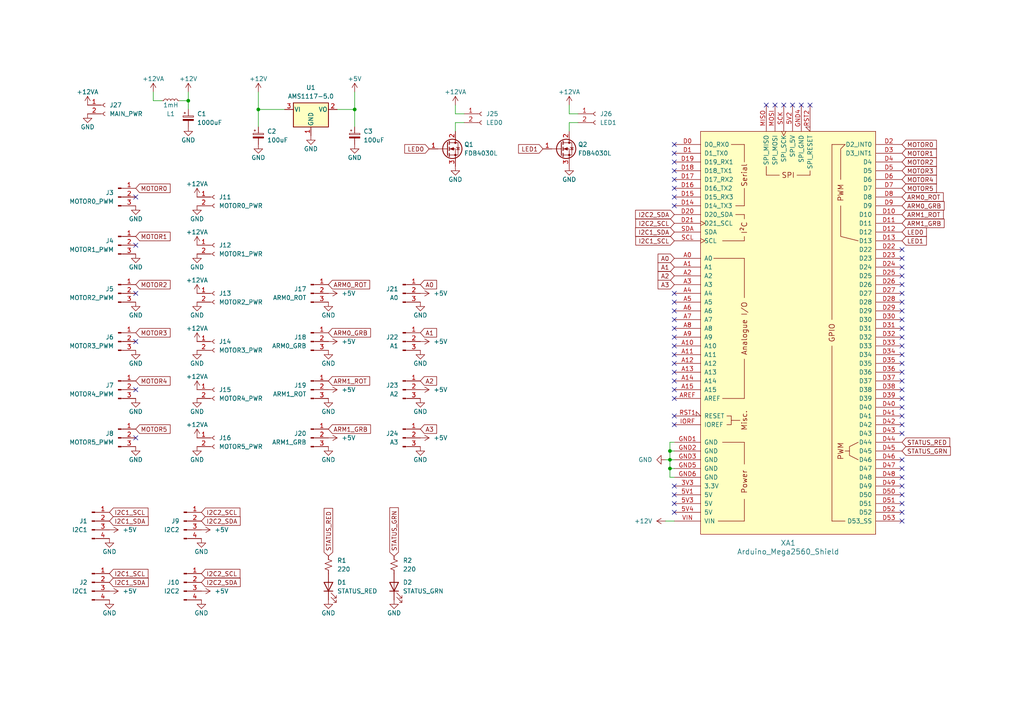
<source format=kicad_sch>
(kicad_sch (version 20211123) (generator eeschema)
  (paper "A4")
  (lib_symbols
    (symbol "Connector:Conn_01x02_Female" (pin_names (offset 1.016) hide)
      (property "Reference" "J" (at 0 2.54 0))
      (property "Value" "Conn_01x02_Female" (at 0 -5.08 0))
      (symbol "Conn_01x02_Female_1_1"
        (arc (start 0 -2.032) (mid -0.508 -2.54) (end 0 -3.048) (stroke (width 0.1524)))
        (polyline (pts (xy -1.27 -2.54) (xy -0.508 -2.54)) (stroke (width 0.1524)))
        (polyline (pts (xy -1.27 0) (xy -0.508 0)) (stroke (width 0.1524)))
        (arc (start 0 0.508) (mid -0.508 0) (end 0 -0.508) (stroke (width 0.1524)))
        (pin passive line (at -5.08 0 0) (length 3.81) (name "Pin_1") (number "1"))
        (pin passive line (at -5.08 -2.54 0) (length 3.81) (name "Pin_2") (number "2"))
      )
    )
    (symbol "Connector:Conn_01x03_Male" (pin_names (offset 1.016) hide)
      (property "Reference" "J" (at 0 5.08 0))
      (property "Value" "Conn_01x03_Male" (at 0 -5.08 0))
      (symbol "Conn_01x03_Male_1_1"
        (polyline (pts (xy 1.27 -2.54) (xy 0.8636 -2.54)) (stroke (width 0.1524)))
        (polyline (pts (xy 1.27 0) (xy 0.8636 0)) (stroke (width 0.1524)))
        (polyline (pts (xy 1.27 2.54) (xy 0.8636 2.54)) (stroke (width 0.1524)))
        (rectangle (start 0.8636 -2.413) (end 0 -2.667) (stroke (width 0.1524)) (fill (type outline)))
        (rectangle (start 0.8636 0.127) (end 0 -0.127) (stroke (width 0.1524)) (fill (type outline)))
        (rectangle (start 0.8636 2.667) (end 0 2.413) (stroke (width 0.1524)) (fill (type outline)))
        (pin passive line (at 5.08 2.54 180) (length 3.81) (name "Pin_1") (number "1"))
        (pin passive line (at 5.08 0 180) (length 3.81) (name "Pin_2") (number "2"))
        (pin passive line (at 5.08 -2.54 180) (length 3.81) (name "Pin_3") (number "3"))
      )
    )
    (symbol "Connector:Conn_01x04_Male" (pin_names (offset 1.016) hide)
      (property "Reference" "J" (at 0 5.08 0))
      (property "Value" "Conn_01x04_Male" (at 0 -7.62 0))
      (symbol "Conn_01x04_Male_1_1"
        (polyline (pts (xy 1.27 -5.08) (xy 0.8636 -5.08)) (stroke (width 0.1524)))
        (polyline (pts (xy 1.27 -2.54) (xy 0.8636 -2.54)) (stroke (width 0.1524)))
        (polyline (pts (xy 1.27 0) (xy 0.8636 0)) (stroke (width 0.1524)))
        (polyline (pts (xy 1.27 2.54) (xy 0.8636 2.54)) (stroke (width 0.1524)))
        (rectangle (start 0.8636 -4.953) (end 0 -5.207) (stroke (width 0.1524)) (fill (type outline)))
        (rectangle (start 0.8636 -2.413) (end 0 -2.667) (stroke (width 0.1524)) (fill (type outline)))
        (rectangle (start 0.8636 0.127) (end 0 -0.127) (stroke (width 0.1524)) (fill (type outline)))
        (rectangle (start 0.8636 2.667) (end 0 2.413) (stroke (width 0.1524)) (fill (type outline)))
        (pin passive line (at 5.08 2.54 180) (length 3.81) (name "Pin_1") (number "1"))
        (pin passive line (at 5.08 0 180) (length 3.81) (name "Pin_2") (number "2"))
        (pin passive line (at 5.08 -2.54 180) (length 3.81) (name "Pin_3") (number "3"))
        (pin passive line (at 5.08 -5.08 180) (length 3.81) (name "Pin_4") (number "4"))
      )
    )
    (symbol "Device:C_Polarized_Small" (pin_numbers hide) (pin_names (offset 0.254) hide)
      (property "Reference" "C" (at 0.254 1.778 0))
      (property "Value" "C_Polarized_Small" (at 0.254 -2.032 0))
      (symbol "C_Polarized_Small_0_1"
        (rectangle (start -1.524 -0.3048) (end 1.524 -0.6858) (fill (type outline)))
        (rectangle (start -1.524 0.6858) (end 1.524 0.3048))
        (polyline (pts (xy -1.27 1.524) (xy -0.762 1.524)))
        (polyline (pts (xy -1.016 1.27) (xy -1.016 1.778)))
      )
      (symbol "C_Polarized_Small_1_1"
        (pin passive line (at 0 2.54 270) (length 1.8542) (name "~") (number "1"))
        (pin passive line (at 0 -2.54 90) (length 1.8542) (name "~") (number "2"))
      )
    )
    (symbol "Device:LED" (pin_numbers hide) (pin_names (offset 1.016) hide)
      (property "Reference" "D" (at 0 2.54 0))
      (property "Value" "LED" (at 0 -2.54 0))
      (symbol "LED_0_1"
        (polyline (pts (xy -1.27 -1.27) (xy -1.27 1.27)) (stroke (width 0.254)))
        (polyline (pts (xy -1.27 0) (xy 1.27 0)))
        (polyline (pts (xy 1.27 -1.27) (xy 1.27 1.27) (xy -1.27 0) (xy 1.27 -1.27)) (stroke (width 0.254)))
        (polyline (pts (xy -3.048 -0.762) (xy -4.572 -2.286) (xy -3.81 -2.286) (xy -4.572 -2.286) (xy -4.572 -1.524)))
        (polyline (pts (xy -1.778 -0.762) (xy -3.302 -2.286) (xy -2.54 -2.286) (xy -3.302 -2.286) (xy -3.302 -1.524)))
      )
      (symbol "LED_1_1"
        (pin passive line (at -3.81 0 0) (length 2.54) (name "K") (number "1"))
        (pin passive line (at 3.81 0 180) (length 2.54) (name "A") (number "2"))
      )
    )
    (symbol "Device:L_Small" (pin_numbers hide) (pin_names (offset 0.254) hide)
      (property "Reference" "L" (at 0.762 1.016 0))
      (property "Value" "L_Small" (at 0.762 -1.016 0))
      (symbol "L_Small_0_1"
        (arc (start 0 -2.032) (mid 0.508 -1.524) (end 0 -1.016))
        (arc (start 0 -1.016) (mid 0.508 -0.508) (end 0 0))
        (arc (start 0 0) (mid 0.508 0.508) (end 0 1.016))
        (arc (start 0 1.016) (mid 0.508 1.524) (end 0 2.032))
      )
      (symbol "L_Small_1_1"
        (pin passive line (at 0 2.54 270) (length 0.508) (name "~") (number "1"))
        (pin passive line (at 0 -2.54 90) (length 0.508) (name "~") (number "2"))
      )
    )
    (symbol "Device:Q_NMOS_GDS" (pin_names (offset 0) hide)
      (property "Reference" "Q" (at 5.08 1.27 0))
      (property "Value" "Q_NMOS_GDS" (at 5.08 -1.27 0))
      (symbol "Q_NMOS_GDS_0_1"
        (polyline (pts (xy 0.254 0) (xy -2.54 0)))
        (polyline (pts (xy 0.254 1.905) (xy 0.254 -1.905)) (stroke (width 0.254)))
        (polyline (pts (xy 0.762 -1.27) (xy 0.762 -2.286)) (stroke (width 0.254)))
        (polyline (pts (xy 0.762 0.508) (xy 0.762 -0.508)) (stroke (width 0.254)))
        (polyline (pts (xy 0.762 2.286) (xy 0.762 1.27)) (stroke (width 0.254)))
        (polyline (pts (xy 2.54 2.54) (xy 2.54 1.778)))
        (polyline (pts (xy 2.54 -2.54) (xy 2.54 0) (xy 0.762 0)))
        (polyline (pts (xy 0.762 -1.778) (xy 3.302 -1.778) (xy 3.302 1.778) (xy 0.762 1.778)))
        (polyline (pts (xy 1.016 0) (xy 2.032 0.381) (xy 2.032 -0.381) (xy 1.016 0)) (fill (type outline)))
        (polyline (pts (xy 2.794 0.508) (xy 2.921 0.381) (xy 3.683 0.381) (xy 3.81 0.254)))
        (polyline (pts (xy 3.302 0.381) (xy 2.921 -0.254) (xy 3.683 -0.254) (xy 3.302 0.381)))
        (circle (center 1.651 0) (radius 2.794) (stroke (width 0.254)))
        (circle (center 2.54 -1.778) (radius 0.254) (fill (type outline)))
        (circle (center 2.54 1.778) (radius 0.254) (fill (type outline)))
      )
      (symbol "Q_NMOS_GDS_1_1"
        (pin input line (at -5.08 0 0) (length 2.54) (name "G") (number "1"))
        (pin passive line (at 2.54 5.08 270) (length 2.54) (name "D") (number "2"))
        (pin passive line (at 2.54 -5.08 90) (length 2.54) (name "S") (number "3"))
      )
    )
    (symbol "Device:R_Small_US" (pin_numbers hide) (pin_names (offset 0.254) hide)
      (property "Reference" "R" (at 0.762 0.508 0))
      (property "Value" "R_Small_US" (at 0.762 -1.016 0))
      (symbol "R_Small_US_1_1"
        (polyline (pts (xy 0 0) (xy 1.016 -0.381) (xy 0 -0.762) (xy -1.016 -1.143) (xy 0 -1.524)))
        (polyline (pts (xy 0 1.524) (xy 1.016 1.143) (xy 0 0.762) (xy -1.016 0.381) (xy 0 0)))
        (pin passive line (at 0 2.54 270) (length 1.016) (name "~") (number "1"))
        (pin passive line (at 0 -2.54 90) (length 1.016) (name "~") (number "2"))
      )
    )
    (symbol "Regulator_Linear:AMS1117-5.0" (pin_names (offset 0.254))
      (property "Reference" "U" (at -3.81 3.175 0))
      (property "Value" "AMS1117-5.0" (at 0 3.175 0))
      (symbol "AMS1117-5.0_0_1"
        (rectangle (start -5.08 -5.08) (end 5.08 1.905) (stroke (width 0.254)) (fill (type background)))
      )
      (symbol "AMS1117-5.0_1_1"
        (pin power_in line (at 0 -7.62 90) (length 2.54) (name "GND") (number "1"))
        (pin power_out line (at 7.62 0 180) (length 2.54) (name "VO") (number "2"))
        (pin power_in line (at -7.62 0 0) (length 2.54) (name "VI") (number "3"))
      )
    )
    (symbol "arduino:Arduino_Mega2560_Shield" (pin_names (offset 1.016))
      (property "Reference" "XA" (at 2.54 0 90))
      (property "Value" "Arduino_Mega2560_Shield" (at -2.54 0 90))
      (symbol "Arduino_Mega2560_Shield_0_0"
        (rectangle (start -25.4 -58.42) (end 25.4 58.42) (fill (type background)))
        (rectangle (start -20.32 -54.61) (end -12.7 -54.61))
        (rectangle (start -19.05 -31.75) (end -12.7 -31.75))
        (rectangle (start -19.05 -19.05) (end -12.7 -19.05))
        (rectangle (start -19.05 26.67) (end -12.7 26.67))
        (rectangle (start -17.78 -26.67) (end -16.51 -26.67))
        (rectangle (start -17.78 -24.13) (end -16.51 -24.13))
        (rectangle (start -16.51 -25.4) (end -13.97 -25.4))
        (rectangle (start -16.51 -24.13) (end -16.51 -26.67))
        (rectangle (start -16.51 54.61) (end -12.7 54.61))
        (rectangle (start -15.24 34.29) (end -12.7 34.29))
        (rectangle (start -15.24 36.83) (end -12.7 36.83))
        (rectangle (start -12.7 -54.61) (end -12.7 -48.26))
        (rectangle (start -12.7 -31.75) (end -12.7 -38.1))
        (rectangle (start -12.7 26.67) (end -12.7 27.94))
        (rectangle (start -12.7 34.29) (end -12.7 33.02))
        (rectangle (start -12.7 41.91) (end -12.7 36.83))
        (rectangle (start -12.7 49.53) (end -12.7 54.61))
        (rectangle (start -6.35 48.26) (end -6.35 45.72))
        (rectangle (start -2.54 45.72) (end -6.35 45.72))
        (polyline (pts (xy -21.59 21.59) (xy -12.7 21.59)))
        (polyline (pts (xy -12.7 -19.05) (xy -12.7 -7.62)))
        (polyline (pts (xy -12.7 10.16) (xy -12.7 21.59)))
        (polyline (pts (xy 12.7 -54.61) (xy 16.51 -54.61)))
        (polyline (pts (xy 12.7 54.61) (xy 16.51 54.61)))
        (polyline (pts (xy 17.78 -34.29) (xy 16.51 -34.29)))
        (polyline (pts (xy 15.24 36.83) (xy 15.24 27.94) (xy 20.32 26.67)))
        (polyline (pts (xy 15.24 44.45) (xy 15.24 53.34) (xy 16.51 54.61)))
        (polyline (pts (xy 20.32 -31.75) (xy 17.78 -33.02) (xy 17.78 -35.56) (xy 20.32 -36.83)))
        (rectangle (start 6.35 45.72) (end 2.54 45.72))
        (rectangle (start 6.35 46.99) (end 6.35 45.72))
        (text "Analogue I/O" (at -12.7 1.27 900) (effects (font (size 1.524 1.524))))
        (text "I²C" (at -12.7 30.48 900) (effects (font (size 1.524 1.524))))
        (text "Misc." (at -12.7 -25.4 900) (effects (font (size 1.524 1.524))))
        (text "Power" (at -12.7 -43.18 900) (effects (font (size 1.524 1.524))))
        (text "PWM" (at 15.24 -34.29 900) (effects (font (size 1.524 1.524))))
        (text "PWM" (at 15.24 40.64 900) (effects (font (size 1.524 1.524))))
        (text "Serial" (at -12.7 45.72 900) (effects (font (size 1.524 1.524))))
        (text "SPI" (at 0 45.72 0) (effects (font (size 1.524 1.524))))
      )
      (symbol "Arduino_Mega2560_Shield_1_0"
        (rectangle (start 12.7 -54.61) (end 12.7 -3.81))
        (rectangle (start 12.7 54.61) (end 12.7 3.81))
        (text "GPIO" (at 12.7 0 900) (effects (font (size 1.524 1.524))))
      )
      (symbol "Arduino_Mega2560_Shield_1_1"
        (pin power_in line (at -33.02 -44.45 0) (length 7.62) (name "3.3V") (number "3V3"))
        (pin power_in line (at -33.02 -46.99 0) (length 7.62) (name "5V") (number "5V1"))
        (pin power_in line (at 1.27 66.04 270) (length 7.62) (name "SPI_5V") (number "5V2"))
        (pin power_in line (at -33.02 -49.53 0) (length 7.62) (name "5V") (number "5V3"))
        (pin power_in line (at -33.02 -52.07 0) (length 7.62) (name "5V") (number "5V4"))
        (pin bidirectional line (at -33.02 21.59 0) (length 7.62) (name "A0") (number "A0"))
        (pin bidirectional line (at -33.02 19.05 0) (length 7.62) (name "A1") (number "A1"))
        (pin bidirectional line (at -33.02 -3.81 0) (length 7.62) (name "A10") (number "A10"))
        (pin bidirectional line (at -33.02 -6.35 0) (length 7.62) (name "A11") (number "A11"))
        (pin bidirectional line (at -33.02 -8.89 0) (length 7.62) (name "A12") (number "A12"))
        (pin bidirectional line (at -33.02 -11.43 0) (length 7.62) (name "A13") (number "A13"))
        (pin bidirectional line (at -33.02 -13.97 0) (length 7.62) (name "A14") (number "A14"))
        (pin bidirectional line (at -33.02 -16.51 0) (length 7.62) (name "A15") (number "A15"))
        (pin bidirectional line (at -33.02 16.51 0) (length 7.62) (name "A2") (number "A2"))
        (pin bidirectional line (at -33.02 13.97 0) (length 7.62) (name "A3") (number "A3"))
        (pin bidirectional line (at -33.02 11.43 0) (length 7.62) (name "A4") (number "A4"))
        (pin bidirectional line (at -33.02 8.89 0) (length 7.62) (name "A5") (number "A5"))
        (pin bidirectional line (at -33.02 6.35 0) (length 7.62) (name "A6") (number "A6"))
        (pin bidirectional line (at -33.02 3.81 0) (length 7.62) (name "A7") (number "A7"))
        (pin bidirectional line (at -33.02 1.27 0) (length 7.62) (name "A8") (number "A8"))
        (pin bidirectional line (at -33.02 -1.27 0) (length 7.62) (name "A9") (number "A9"))
        (pin input line (at -33.02 -19.05 0) (length 7.62) (name "AREF") (number "AREF"))
        (pin bidirectional line (at -33.02 54.61 0) (length 7.62) (name "D0_RX0") (number "D0"))
        (pin bidirectional line (at -33.02 52.07 0) (length 7.62) (name "D1_TX0") (number "D1"))
        (pin bidirectional line (at 33.02 34.29 180) (length 7.62) (name "D10") (number "D10"))
        (pin bidirectional line (at 33.02 31.75 180) (length 7.62) (name "D11") (number "D11"))
        (pin bidirectional line (at 33.02 29.21 180) (length 7.62) (name "D12") (number "D12"))
        (pin bidirectional line (at 33.02 26.67 180) (length 7.62) (name "D13") (number "D13"))
        (pin bidirectional line (at -33.02 36.83 0) (length 7.62) (name "D14_TX3") (number "D14"))
        (pin bidirectional line (at -33.02 39.37 0) (length 7.62) (name "D15_RX3") (number "D15"))
        (pin bidirectional line (at -33.02 41.91 0) (length 7.62) (name "D16_TX2") (number "D16"))
        (pin bidirectional line (at -33.02 44.45 0) (length 7.62) (name "D17_RX2") (number "D17"))
        (pin bidirectional line (at -33.02 46.99 0) (length 7.62) (name "D18_TX1") (number "D18"))
        (pin bidirectional line (at -33.02 49.53 0) (length 7.62) (name "D19_RX1") (number "D19"))
        (pin bidirectional line (at 33.02 54.61 180) (length 7.62) (name "D2_INT0") (number "D2"))
        (pin bidirectional line (at -33.02 34.29 0) (length 7.62) (name "D20_SDA") (number "D20"))
        (pin bidirectional clock (at -33.02 31.75 0) (length 7.62) (name "D21_SCL") (number "D21"))
        (pin bidirectional line (at 33.02 24.13 180) (length 7.62) (name "D22") (number "D22"))
        (pin bidirectional line (at 33.02 21.59 180) (length 7.62) (name "D23") (number "D23"))
        (pin bidirectional line (at 33.02 19.05 180) (length 7.62) (name "D24") (number "D24"))
        (pin bidirectional line (at 33.02 16.51 180) (length 7.62) (name "D25") (number "D25"))
        (pin bidirectional line (at 33.02 13.97 180) (length 7.62) (name "D26") (number "D26"))
        (pin bidirectional line (at 33.02 11.43 180) (length 7.62) (name "D27") (number "D27"))
        (pin bidirectional line (at 33.02 8.89 180) (length 7.62) (name "D28") (number "D28"))
        (pin bidirectional line (at 33.02 6.35 180) (length 7.62) (name "D29") (number "D29"))
        (pin bidirectional line (at 33.02 52.07 180) (length 7.62) (name "D3_INT1") (number "D3"))
        (pin bidirectional line (at 33.02 3.81 180) (length 7.62) (name "D30") (number "D30"))
        (pin bidirectional line (at 33.02 1.27 180) (length 7.62) (name "D31") (number "D31"))
        (pin bidirectional line (at 33.02 -1.27 180) (length 7.62) (name "D32") (number "D32"))
        (pin bidirectional line (at 33.02 -3.81 180) (length 7.62) (name "D33") (number "D33"))
        (pin bidirectional line (at 33.02 -6.35 180) (length 7.62) (name "D34") (number "D34"))
        (pin bidirectional line (at 33.02 -8.89 180) (length 7.62) (name "D35") (number "D35"))
        (pin bidirectional line (at 33.02 -11.43 180) (length 7.62) (name "D36") (number "D36"))
        (pin bidirectional line (at 33.02 -13.97 180) (length 7.62) (name "D37") (number "D37"))
        (pin bidirectional line (at 33.02 -16.51 180) (length 7.62) (name "D38") (number "D38"))
        (pin bidirectional line (at 33.02 -19.05 180) (length 7.62) (name "D39") (number "D39"))
        (pin bidirectional line (at 33.02 49.53 180) (length 7.62) (name "D4") (number "D4"))
        (pin bidirectional line (at 33.02 -21.59 180) (length 7.62) (name "D40") (number "D40"))
        (pin bidirectional line (at 33.02 -24.13 180) (length 7.62) (name "D41") (number "D41"))
        (pin bidirectional line (at 33.02 -26.67 180) (length 7.62) (name "D42") (number "D42"))
        (pin bidirectional line (at 33.02 -29.21 180) (length 7.62) (name "D43") (number "D43"))
        (pin bidirectional line (at 33.02 -31.75 180) (length 7.62) (name "D44") (number "D44"))
        (pin bidirectional line (at 33.02 -34.29 180) (length 7.62) (name "D45") (number "D45"))
        (pin bidirectional line (at 33.02 -36.83 180) (length 7.62) (name "D46") (number "D46"))
        (pin bidirectional line (at 33.02 -39.37 180) (length 7.62) (name "D47") (number "D47"))
        (pin bidirectional line (at 33.02 -41.91 180) (length 7.62) (name "D48") (number "D48"))
        (pin bidirectional line (at 33.02 -44.45 180) (length 7.62) (name "D49") (number "D49"))
        (pin bidirectional line (at 33.02 46.99 180) (length 7.62) (name "D5") (number "D5"))
        (pin bidirectional line (at 33.02 -46.99 180) (length 7.62) (name "D50") (number "D50"))
        (pin bidirectional line (at 33.02 -49.53 180) (length 7.62) (name "D51") (number "D51"))
        (pin bidirectional line (at 33.02 -52.07 180) (length 7.62) (name "D52") (number "D52"))
        (pin bidirectional line (at 33.02 -54.61 180) (length 7.62) (name "D53_SS") (number "D53"))
        (pin bidirectional line (at 33.02 44.45 180) (length 7.62) (name "D6") (number "D6"))
        (pin bidirectional line (at 33.02 41.91 180) (length 7.62) (name "D7") (number "D7"))
        (pin bidirectional line (at 33.02 39.37 180) (length 7.62) (name "D8") (number "D8"))
        (pin bidirectional line (at 33.02 36.83 180) (length 7.62) (name "D9") (number "D9"))
        (pin power_in line (at -33.02 -31.75 0) (length 7.62) (name "GND") (number "GND1"))
        (pin power_in line (at -33.02 -34.29 0) (length 7.62) (name "GND") (number "GND2"))
        (pin power_in line (at -33.02 -36.83 0) (length 7.62) (name "GND") (number "GND3"))
        (pin power_in line (at 3.81 66.04 270) (length 7.62) (name "SPI_GND") (number "GND4"))
        (pin power_in line (at -33.02 -39.37 0) (length 7.62) (name "GND") (number "GND5"))
        (pin power_in line (at -33.02 -41.91 0) (length 7.62) (name "GND") (number "GND6"))
        (pin output line (at -33.02 -26.67 0) (length 7.62) (name "IOREF") (number "IORF"))
        (pin input line (at -6.35 66.04 270) (length 7.62) (name "SPI_MISO") (number "MISO"))
        (pin output line (at -3.81 66.04 270) (length 7.62) (name "SPI_MOSI") (number "MOSI"))
        (pin open_collector input_low (at -33.02 -24.13 0) (length 7.62) (name "RESET") (number "RST1"))
        (pin open_collector input_low (at 6.35 66.04 270) (length 7.62) (name "SPI_RESET") (number "RST2"))
        (pin output clock (at -1.27 66.04 270) (length 7.62) (name "SPI_SCK") (number "SCK"))
        (pin bidirectional clock (at -33.02 26.67 0) (length 7.62) (name "SCL") (number "SCL"))
        (pin bidirectional line (at -33.02 29.21 0) (length 7.62) (name "SDA") (number "SDA"))
        (pin power_in line (at -33.02 -54.61 0) (length 7.62) (name "VIN") (number "VIN"))
      )
    )
    (symbol "power:+12V" (power) (pin_names (offset 0))
      (property "Value" "+12V" (at 0 3.556 0))
      (symbol "+12V_0_1"
        (polyline (pts (xy -0.762 1.27) (xy 0 2.54)))
        (polyline (pts (xy 0 0) (xy 0 2.54)))
        (polyline (pts (xy 0 2.54) (xy 0.762 1.27)))
      )
      (symbol "+12V_1_1"
        (pin power_in line (at 0 0 90) (length 0) hide (name "+12V") (number "1"))
      )
    )
    (symbol "power:+12VA" (power) (pin_names (offset 0))
      (property "Value" "+12VA" (at 0 3.556 0))
      (symbol "+12VA_0_1"
        (polyline (pts (xy -0.762 1.27) (xy 0 2.54)))
        (polyline (pts (xy 0 0) (xy 0 2.54)))
        (polyline (pts (xy 0 2.54) (xy 0.762 1.27)))
      )
      (symbol "+12VA_1_1"
        (pin power_in line (at 0 0 90) (length 0) hide (name "+12VA") (number "1"))
      )
    )
    (symbol "power:+5V" (power) (pin_names (offset 0))
      (property "Value" "+5V" (at 0 3.556 0))
      (symbol "+5V_0_1"
        (polyline (pts (xy -0.762 1.27) (xy 0 2.54)))
        (polyline (pts (xy 0 0) (xy 0 2.54)))
        (polyline (pts (xy 0 2.54) (xy 0.762 1.27)))
      )
      (symbol "+5V_1_1"
        (pin power_in line (at 0 0 90) (length 0) hide (name "+5V") (number "1"))
      )
    )
    (symbol "power:GND" (power) (pin_names (offset 0))
      (property "Value" "GND" (at 0 -3.81 0))
      (symbol "GND_0_1"
        (polyline (pts (xy 0 0) (xy 0 -1.27) (xy 1.27 -1.27) (xy 0 -2.54) (xy -1.27 -1.27) (xy 0 -1.27)))
      )
      (symbol "GND_1_1"
        (pin power_in line (at 0 0 270) (length 0) hide (name "GND") (number "1"))
      )
    )
  )
  (junction (at 102.87 31.75))
  (junction (at 194.31 135.89))
  (junction (at 74.93 31.75))
  (junction (at 54.61 29.21))
  (junction (at 194.31 133.35))
  (junction (at 194.31 130.81))
  (no_connect (at 195.58 113.03))
  (no_connect (at 195.58 120.65))
  (no_connect (at 195.58 123.19))
  (no_connect (at 195.58 115.57))
  (no_connect (at 195.58 110.49))
  (no_connect (at 195.58 100.33))
  (no_connect (at 195.58 92.71))
  (no_connect (at 195.58 95.25))
  (no_connect (at 195.58 105.41))
  (no_connect (at 195.58 97.79))
  (no_connect (at 195.58 107.95))
  (no_connect (at 195.58 102.87))
  (no_connect (at 195.58 85.09))
  (no_connect (at 195.58 90.17))
  (no_connect (at 195.58 87.63))
  (no_connect (at 261.62 90.17))
  (no_connect (at 261.62 92.71))
  (no_connect (at 261.62 87.63))
  (no_connect (at 261.62 77.47))
  (no_connect (at 261.62 80.01))
  (no_connect (at 261.62 85.09))
  (no_connect (at 261.62 82.55))
  (no_connect (at 261.62 74.93))
  (no_connect (at 261.62 72.39))
  (no_connect (at 39.37 127))
  (no_connect (at 39.37 85.09))
  (no_connect (at 39.37 113.03))
  (no_connect (at 39.37 99.06))
  (no_connect (at -35.56 102.87))
  (no_connect (at 261.62 113.03))
  (no_connect (at 261.62 107.95))
  (no_connect (at 261.62 102.87))
  (no_connect (at 261.62 110.49))
  (no_connect (at 261.62 105.41))
  (no_connect (at 261.62 115.57))
  (no_connect (at 261.62 148.59))
  (no_connect (at 261.62 151.13))
  (no_connect (at 261.62 146.05))
  (no_connect (at 261.62 143.51))
  (no_connect (at 261.62 140.97))
  (no_connect (at 261.62 138.43))
  (no_connect (at 261.62 135.89))
  (no_connect (at 261.62 133.35))
  (no_connect (at 261.62 123.19))
  (no_connect (at 261.62 125.73))
  (no_connect (at 261.62 118.11))
  (no_connect (at 261.62 120.65))
  (no_connect (at 261.62 100.33))
  (no_connect (at 261.62 95.25))
  (no_connect (at 261.62 97.79))
  (no_connect (at 195.58 140.97))
  (no_connect (at 195.58 143.51))
  (no_connect (at 195.58 146.05))
  (no_connect (at 195.58 148.59))
  (no_connect (at 222.25 30.48))
  (no_connect (at 224.79 30.48))
  (no_connect (at 227.33 30.48))
  (no_connect (at 229.87 30.48))
  (no_connect (at 232.41 30.48))
  (no_connect (at 234.95 30.48))
  (no_connect (at 39.37 57.15))
  (no_connect (at 39.37 71.12))
  (no_connect (at 195.58 52.07))
  (no_connect (at 195.58 54.61))
  (no_connect (at 195.58 59.69))
  (no_connect (at 195.58 57.15))
  (no_connect (at 195.58 46.99))
  (no_connect (at 195.58 41.91))
  (no_connect (at 195.58 49.53))
  (no_connect (at 195.58 44.45))
  (wire (pts (xy 194.31 138.43) (xy 194.31 135.89)))
  (wire (pts (xy 54.61 29.21) (xy 54.61 26.67)))
  (wire (pts (xy 52.07 29.21) (xy 54.61 29.21)))
  (wire (pts (xy 44.45 26.67) (xy 44.45 29.21)))
  (wire (pts (xy 97.79 31.75) (xy 102.87 31.75)))
  (wire (pts (xy 134.62 33.02) (xy 132.08 33.02)))
  (wire (pts (xy 165.1 33.02) (xy 165.1 30.48)))
  (wire (pts (xy 194.31 133.35) (xy 195.58 133.35)))
  (wire (pts (xy 194.31 130.81) (xy 194.31 128.27)))
  (wire (pts (xy 194.31 128.27) (xy 195.58 128.27)))
  (wire (pts (xy 194.31 133.35) (xy 194.31 130.81)))
  (wire (pts (xy 193.04 133.35) (xy 194.31 133.35)))
  (wire (pts (xy 132.08 35.56) (xy 132.08 38.1)))
  (wire (pts (xy 54.61 29.21) (xy 54.61 31.75)))
  (wire (pts (xy 167.64 33.02) (xy 165.1 33.02)))
  (wire (pts (xy 134.62 35.56) (xy 132.08 35.56)))
  (wire (pts (xy 102.87 31.75) (xy 102.87 36.83)))
  (wire (pts (xy 102.87 26.67) (xy 102.87 31.75)))
  (wire (pts (xy 194.31 135.89) (xy 194.31 133.35)))
  (wire (pts (xy 74.93 31.75) (xy 82.55 31.75)))
  (wire (pts (xy 195.58 135.89) (xy 194.31 135.89)))
  (wire (pts (xy 194.31 130.81) (xy 195.58 130.81)))
  (wire (pts (xy 165.1 35.56) (xy 165.1 38.1)))
  (wire (pts (xy 193.04 151.13) (xy 195.58 151.13)))
  (wire (pts (xy 74.93 31.75) (xy 74.93 36.83)))
  (wire (pts (xy 132.08 33.02) (xy 132.08 30.48)))
  (wire (pts (xy 44.45 29.21) (xy 46.99 29.21)))
  (wire (pts (xy 195.58 138.43) (xy 194.31 138.43)))
  (wire (pts (xy 167.64 35.56) (xy 165.1 35.56)))
  (wire (pts (xy 74.93 26.67) (xy 74.93 31.75)))
  (global_label "I2C1_SCL" (shape input) (at 31.75 166.37 0) (property "Intersheet References" "${INTERSHEET_REFS}" (effects hide)))
  (global_label "MOTOR5" (shape input) (at 261.62 54.61 0) (property "Intersheet References" "${INTERSHEET_REFS}" (effects hide)))
  (global_label "STATUS_RED" (shape input) (at 95.25 161.29 90) (property "Intersheet References" "${INTERSHEET_REFS}" (effects hide)))
  (global_label "MOTOR3" (shape input) (at 39.37 96.52 0) (property "Intersheet References" "${INTERSHEET_REFS}" (effects hide)))
  (global_label "STATUS_GRN" (shape input) (at 261.62 130.81 0) (property "Intersheet References" "${INTERSHEET_REFS}" (effects hide)))
  (global_label "I2C2_SCL" (shape input) (at 58.42 166.37 0) (property "Intersheet References" "${INTERSHEET_REFS}" (effects hide)))
  (global_label "ARM1_GRB" (shape input) (at 261.62 64.77 0) (property "Intersheet References" "${INTERSHEET_REFS}" (effects hide)))
  (global_label "I2C1_SDA" (shape input) (at 195.58 67.31 180) (property "Intersheet References" "${INTERSHEET_REFS}" (effects hide)))
  (global_label "LED1" (shape input) (at 261.62 69.85 0) (property "Intersheet References" "${INTERSHEET_REFS}" (effects hide)))
  (global_label "I2C1_SCL" (shape input) (at 195.58 69.85 180) (property "Intersheet References" "${INTERSHEET_REFS}" (effects hide)))
  (global_label "LED0" (shape input) (at 261.62 67.31 0) (property "Intersheet References" "${INTERSHEET_REFS}" (effects hide)))
  (global_label "I2C2_SCL" (shape input) (at 195.58 64.77 180) (property "Intersheet References" "${INTERSHEET_REFS}" (effects hide)))
  (global_label "A0" (shape input) (at 195.58 74.93 180) (property "Intersheet References" "${INTERSHEET_REFS}" (effects hide)))
  (global_label "ARM1_ROT" (shape input) (at 261.62 62.23 0) (property "Intersheet References" "${INTERSHEET_REFS}" (effects hide)))
  (global_label "I2C2_SDA" (shape input) (at 58.42 151.13 0) (property "Intersheet References" "${INTERSHEET_REFS}" (effects hide)))
  (global_label "I2C2_SDA" (shape input) (at 58.42 168.91 0) (property "Intersheet References" "${INTERSHEET_REFS}" (effects hide)))
  (global_label "MOTOR1" (shape input) (at 39.37 68.58 0) (property "Intersheet References" "${INTERSHEET_REFS}" (effects hide)))
  (global_label "LED0" (shape input) (at 124.46 43.18 180) (property "Intersheet References" "${INTERSHEET_REFS}" (effects hide)))
  (global_label "I2C2_SCL" (shape input) (at 58.42 148.59 0) (property "Intersheet References" "${INTERSHEET_REFS}" (effects hide)))
  (global_label "MOTOR2" (shape input) (at 39.37 82.55 0) (property "Intersheet References" "${INTERSHEET_REFS}" (effects hide)))
  (global_label "MOTOR4" (shape input) (at 261.62 52.07 0) (property "Intersheet References" "${INTERSHEET_REFS}" (effects hide)))
  (global_label "STATUS_RED" (shape input) (at 261.62 128.27 0) (property "Intersheet References" "${INTERSHEET_REFS}" (effects hide)))
  (global_label "ARM1_GRB" (shape input) (at 95.25 124.46 0) (property "Intersheet References" "${INTERSHEET_REFS}" (effects hide)))
  (global_label "I2C1_SDA" (shape input) (at 31.75 168.91 0) (property "Intersheet References" "${INTERSHEET_REFS}" (effects hide)))
  (global_label "ARM0_GRB" (shape input) (at 261.62 59.69 0) (property "Intersheet References" "${INTERSHEET_REFS}" (effects hide)))
  (global_label "MOTOR0" (shape input) (at 39.37 54.61 0) (property "Intersheet References" "${INTERSHEET_REFS}" (effects hide)))
  (global_label "A3" (shape input) (at 195.58 82.55 180) (property "Intersheet References" "${INTERSHEET_REFS}" (effects hide)))
  (global_label "I2C2_SDA" (shape input) (at 195.58 62.23 180) (property "Intersheet References" "${INTERSHEET_REFS}" (effects hide)))
  (global_label "A2" (shape input) (at 195.58 80.01 180) (property "Intersheet References" "${INTERSHEET_REFS}" (effects hide)))
  (global_label "A2" (shape input) (at 121.92 110.49 0) (property "Intersheet References" "${INTERSHEET_REFS}" (effects hide)))
  (global_label "STATUS_GRN" (shape input) (at 114.3 161.29 90) (property "Intersheet References" "${INTERSHEET_REFS}" (effects hide)))
  (global_label "I2C1_SCL" (shape input) (at 31.75 148.59 0) (property "Intersheet References" "${INTERSHEET_REFS}" (effects hide)))
  (global_label "MOTOR1" (shape input) (at 261.62 44.45 0) (property "Intersheet References" "${INTERSHEET_REFS}" (effects hide)))
  (global_label "ARM0_ROT" (shape input) (at 261.62 57.15 0) (property "Intersheet References" "${INTERSHEET_REFS}" (effects hide)))
  (global_label "MOTOR2" (shape input) (at 261.62 46.99 0) (property "Intersheet References" "${INTERSHEET_REFS}" (effects hide)))
  (global_label "MOTOR4" (shape input) (at 39.37 110.49 0) (property "Intersheet References" "${INTERSHEET_REFS}" (effects hide)))
  (global_label "MOTOR3" (shape input) (at 261.62 49.53 0) (property "Intersheet References" "${INTERSHEET_REFS}" (effects hide)))
  (global_label "ARM0_GRB" (shape input) (at 95.25 96.52 0) (property "Intersheet References" "${INTERSHEET_REFS}" (effects hide)))
  (global_label "A3" (shape input) (at 121.92 124.46 0) (property "Intersheet References" "${INTERSHEET_REFS}" (effects hide)))
  (global_label "MOTOR0" (shape input) (at 261.62 41.91 0) (property "Intersheet References" "${INTERSHEET_REFS}" (effects hide)))
  (global_label "A1" (shape input) (at 195.58 77.47 180) (property "Intersheet References" "${INTERSHEET_REFS}" (effects hide)))
  (global_label "MOTOR5" (shape input) (at 39.37 124.46 0) (property "Intersheet References" "${INTERSHEET_REFS}" (effects hide)))
  (global_label "LED1" (shape input) (at 157.48 43.18 180) (property "Intersheet References" "${INTERSHEET_REFS}" (effects hide)))
  (global_label "ARM1_ROT" (shape input) (at 95.25 110.49 0) (property "Intersheet References" "${INTERSHEET_REFS}" (effects hide)))
  (global_label "I2C1_SDA" (shape input) (at 31.75 151.13 0) (property "Intersheet References" "${INTERSHEET_REFS}" (effects hide)))
  (global_label "A1" (shape input) (at 121.92 96.52 0) (property "Intersheet References" "${INTERSHEET_REFS}" (effects hide)))
  (global_label "A0" (shape input) (at 121.92 82.55 0) (property "Intersheet References" "${INTERSHEET_REFS}" (effects hide)))
  (global_label "ARM0_ROT" (shape input) (at 95.25 82.55 0) (property "Intersheet References" "${INTERSHEET_REFS}" (effects hide)))
  (symbol (lib_id "power:GND") (at 39.37 73.66 0) (unit 1)
    (property "Reference" "#PWR09" (effects hide))
    (property "Value" "GND" (at 39.37 77.47 0))
  )
  (symbol (lib_id "power:GND") (at 57.15 87.63 0) (unit 1)
    (property "Reference" "#PWR021" (effects hide))
    (property "Value" "GND" (at 57.15 91.44 0))
  )
  (symbol (lib_id "Device:C_Polarized_Small") (at 54.61 34.29 0) (unit 1)
    (property "Reference" "C1" (at 57.15 33.02 0) (effects (justify left)))
    (property "Value" "1000uF" (at 57.15 35.56 0) (effects (justify left)))
    (property "Footprint" "Capacitor_THT:CP_Radial_D12.5mm_P5.00mm" (effects hide))
    (property "Manufacturer" "Nichicon" (effects hide))
    (property "Part Number" "UVR1V102MHD" (effects hide))
  )
  (symbol (lib_id "power:GND") (at 121.92 115.57 0) (unit 1)
    (property "Reference" "#PWR050" (effects hide))
    (property "Value" "GND" (at 121.92 119.38 0))
  )
  (symbol (lib_id "Device:C_Polarized_Small") (at 74.93 39.37 0) (unit 1)
    (property "Reference" "C2" (at 77.47 38.1 0) (effects (justify left)))
    (property "Value" "100uF" (at 77.47 40.64 0) (effects (justify left)))
    (property "Footprint" "Capacitor_SMD:CP_Elec_6.3x5.9" (effects hide))
    (property "Manufacturer" "Nichicon" (effects hide))
    (property "Part Number" "UCW1E101MCL1GS" (effects hide))
  )
  (symbol (lib_id "Connector:Conn_01x03_Male") (at 34.29 113.03 0) (unit 1)
    (property "Reference" "J7" (at 33.02 111.76 0) (effects (justify right)))
    (property "Value" "MOTOR4_PWM" (at 33.02 114.3 0) (effects (justify right)))
    (property "Footprint" "Connector_PinHeader_2.54mm:PinHeader_1x03_P2.54mm_Horizontal" (effects hide))
  )
  (symbol (lib_id "Connector:Conn_01x02_Female") (at 139.7 33.02 0) (unit 1)
    (property "Reference" "J25" (at 140.97 33.02 0) (effects (justify left)))
    (property "Value" "LED0" (at 140.97 35.56 0) (effects (justify left)))
    (property "Footprint" "TerminalBlock:TerminalBlock_bornier-2_P5.08mm" (effects hide))
  )
  (symbol (lib_id "Device:LED") (at 95.25 170.18 90) (unit 1)
    (property "Reference" "D1" (at 97.79 168.91 90) (effects (justify right)))
    (property "Value" "STATUS_RED" (at 97.79 171.45 90) (effects (justify right)))
    (property "Footprint" "Diode_SMD:D_0402_1005Metric" (effects hide))
  )
  (symbol (lib_id "power:GND") (at 31.75 173.99 0) (unit 1)
    (property "Reference" "#PWR05" (effects hide))
    (property "Value" "GND" (at 31.75 177.8 0))
  )
  (symbol (lib_id "Connector:Conn_01x04_Male") (at 53.34 168.91 0) (unit 1)
    (property "Reference" "J10" (at 52.07 168.91 0) (effects (justify right)))
    (property "Value" "I2C2" (at 52.07 171.45 0) (effects (justify right)))
    (property "Footprint" "Connector_PinHeader_2.54mm:PinHeader_1x04_P2.54mm_Horizontal" (effects hide))
  )
  (symbol (lib_id "Connector:Conn_01x02_Female") (at 62.23 71.12 0) (unit 1)
    (property "Reference" "J12" (at 63.5 71.12 0) (effects (justify left)))
    (property "Value" "MOTOR1_PWR" (at 63.5 73.66 0) (effects (justify left)))
    (property "Footprint" "Controller:ESC-PWR" (effects hide))
  )
  (symbol (lib_id "Device:LED") (at 114.3 170.18 90) (unit 1)
    (property "Reference" "D2" (at 116.84 168.91 90) (effects (justify right)))
    (property "Value" "STATUS_GRN" (at 116.84 171.45 90) (effects (justify right)))
    (property "Footprint" "Diode_SMD:D_0402_1005Metric" (effects hide))
  )
  (symbol (lib_id "power:GND") (at 58.42 156.21 0) (unit 1)
    (property "Reference" "#PWR029" (effects hide))
    (property "Value" "GND" (at 58.42 160.02 0))
  )
  (symbol (lib_id "power:GND") (at 57.15 115.57 0) (unit 1)
    (property "Reference" "#PWR025" (effects hide))
    (property "Value" "GND" (at 57.15 119.38 0))
  )
  (symbol (lib_id "Connector:Conn_01x03_Male") (at 90.17 113.03 0) (unit 1)
    (property "Reference" "J19" (at 88.9 111.76 0) (effects (justify right)))
    (property "Value" "ARM1_ROT" (at 88.9 114.3 0) (effects (justify right)))
    (property "Footprint" "Connector_PinHeader_2.54mm:PinHeader_1x03_P2.54mm_Horizontal" (effects hide))
  )
  (symbol (lib_id "power:+5V") (at 121.92 113.03 270) (unit 1)
    (property "Reference" "#PWR049" (effects hide))
    (property "Value" "+5V" (at 125.73 113.03 90) (effects (justify left)))
  )
  (symbol (lib_id "power:+12V") (at 74.93 26.67 0) (unit 1)
    (property "Reference" "#PWR014" (effects hide))
    (property "Value" "+12V" (at 74.93 22.86 0))
  )
  (symbol (lib_id "power:GND") (at 39.37 87.63 0) (unit 1)
    (property "Reference" "#PWR010" (effects hide))
    (property "Value" "GND" (at 39.37 91.44 0))
  )
  (symbol (lib_id "power:+12VA") (at 25.4 30.48 0) (unit 1)
    (property "Reference" "#PWR0101" (effects hide))
    (property "Value" "+12VA" (at 25.4 26.67 0))
  )
  (symbol (lib_id "power:+12VA") (at 132.08 30.48 0) (unit 1)
    (property "Reference" "#PWR055" (effects hide))
    (property "Value" "+12VA" (at 132.08 26.67 0))
  )
  (symbol (lib_id "Device:Q_NMOS_GDS") (at 162.56 43.18 0) (unit 1)
    (property "Reference" "Q2" (at 167.64 41.91 0) (effects (justify left)))
    (property "Value" "FDB4030L" (at 167.64 44.45 0) (effects (justify left)))
    (property "Footprint" "Package_TO_SOT_SMD:TO-263-2" (effects hide))
  )
  (symbol (lib_id "Connector:Conn_01x02_Female") (at 62.23 85.09 0) (unit 1)
    (property "Reference" "J13" (at 63.5 85.09 0) (effects (justify left)))
    (property "Value" "MOTOR2_PWR" (at 63.5 87.63 0) (effects (justify left)))
    (property "Footprint" "Controller:ESC-PWR" (effects hide))
  )
  (symbol (lib_id "power:+12VA") (at 57.15 113.03 0) (unit 1)
    (property "Reference" "#PWR024" (effects hide))
    (property "Value" "+12VA" (at 57.15 109.22 0))
  )
  (symbol (lib_id "power:+5V") (at 58.42 171.45 270) (unit 1)
    (property "Reference" "#PWR030" (effects hide))
    (property "Value" "+5V" (at 62.23 171.45 90) (effects (justify left)))
  )
  (symbol (lib_id "power:GND") (at 132.08 48.26 0) (unit 1)
    (property "Reference" "#PWR056" (effects hide))
    (property "Value" "GND" (at 132.08 52.07 0))
  )
  (symbol (lib_id "Connector:Conn_01x03_Male") (at 90.17 85.09 0) (unit 1)
    (property "Reference" "J17" (at 88.9 83.82 0) (effects (justify right)))
    (property "Value" "ARM0_ROT" (at 88.9 86.36 0) (effects (justify right)))
    (property "Footprint" "Connector_PinHeader_2.54mm:PinHeader_1x03_P2.54mm_Horizontal" (effects hide))
  )
  (symbol (lib_id "power:GND") (at 95.25 173.99 0) (unit 1)
    (property "Reference" "#PWR043" (effects hide))
    (property "Value" "GND" (at 95.25 177.8 0))
  )
  (symbol (lib_id "power:GND") (at 39.37 129.54 0) (unit 1)
    (property "Reference" "#PWR013" (effects hide))
    (property "Value" "GND" (at 39.37 133.35 0))
  )
  (symbol (lib_id "power:GND") (at 74.93 41.91 0) (unit 1)
    (property "Reference" "#PWR015" (effects hide))
    (property "Value" "GND" (at 74.93 45.72 0))
  )
  (symbol (lib_id "power:+12VA") (at 57.15 85.09 0) (unit 1)
    (property "Reference" "#PWR020" (effects hide))
    (property "Value" "+12VA" (at 57.15 81.28 0))
  )
  (symbol (lib_id "power:GND") (at 95.25 115.57 0) (unit 1)
    (property "Reference" "#PWR040" (effects hide))
    (property "Value" "GND" (at 95.25 119.38 0))
  )
  (symbol (lib_id "power:+12V") (at 54.61 26.67 0) (unit 1)
    (property "Reference" "#PWR06" (effects hide))
    (property "Value" "+12V" (at 54.61 22.86 0))
  )
  (symbol (lib_id "Connector:Conn_01x03_Male") (at 34.29 127 0) (unit 1)
    (property "Reference" "J8" (at 33.02 125.73 0) (effects (justify right)))
    (property "Value" "MOTOR5_PWM" (at 33.02 128.27 0) (effects (justify right)))
    (property "Footprint" "Connector_PinHeader_2.54mm:PinHeader_1x03_P2.54mm_Horizontal" (effects hide))
  )
  (symbol (lib_id "Connector:Conn_01x03_Male") (at 116.84 85.09 0) (unit 1)
    (property "Reference" "J21" (at 115.57 83.82 0) (effects (justify right)))
    (property "Value" "A0" (at 115.57 86.36 0) (effects (justify right)))
    (property "Footprint" "Connector_PinHeader_2.54mm:PinHeader_1x03_P2.54mm_Horizontal" (effects hide))
  )
  (symbol (lib_id "Device:R_Small_US") (at 114.3 163.83 0) (unit 1)
    (property "Reference" "R2" (at 116.84 162.56 0) (effects (justify left)))
    (property "Value" "220" (at 116.84 165.1 0) (effects (justify left)))
    (property "Footprint" "Resistor_SMD:R_0402_1005Metric" (effects hide))
  )
  (symbol (lib_id "power:+12V") (at 193.04 151.13 90) (unit 1)
    (property "Reference" "#PWR054" (effects hide))
    (property "Value" "+12V" (at 189.23 151.13 90) (effects (justify left)))
  )
  (symbol (lib_id "power:+5V") (at 95.25 85.09 270) (unit 1)
    (property "Reference" "#PWR035" (effects hide))
    (property "Value" "+5V" (at 99.06 85.09 90) (effects (justify left)))
  )
  (symbol (lib_id "Connector:Conn_01x03_Male") (at 116.84 113.03 0) (unit 1)
    (property "Reference" "J23" (at 115.57 111.76 0) (effects (justify right)))
    (property "Value" "A2" (at 115.57 114.3 0) (effects (justify right)))
    (property "Footprint" "Connector_PinHeader_2.54mm:PinHeader_1x03_P2.54mm_Horizontal" (effects hide))
  )
  (symbol (lib_id "power:+5V") (at 58.42 153.67 270) (unit 1)
    (property "Reference" "#PWR028" (effects hide))
    (property "Value" "+5V" (at 62.23 153.67 90) (effects (justify left)))
  )
  (symbol (lib_id "power:+5V") (at 31.75 153.67 270) (unit 1)
    (property "Reference" "#PWR02" (effects hide))
    (property "Value" "+5V" (at 35.56 153.67 90) (effects (justify left)))
  )
  (symbol (lib_id "Connector:Conn_01x02_Female") (at 30.48 30.48 0) (unit 1)
    (property "Reference" "J27" (at 31.75 30.48 0) (effects (justify left)))
    (property "Value" "MAIN_PWR" (at 31.75 33.02 0) (effects (justify left)))
    (property "Footprint" "Controller:ESC-PWR" (effects hide))
  )
  (symbol (lib_id "Connector:Conn_01x04_Male") (at 53.34 151.13 0) (unit 1)
    (property "Reference" "J9" (at 52.07 151.13 0) (effects (justify right)))
    (property "Value" "I2C2" (at 52.07 153.67 0) (effects (justify right)))
    (property "Footprint" "Connector_PinHeader_2.54mm:PinHeader_1x04_P2.54mm_Horizontal" (effects hide))
  )
  (symbol (lib_id "Device:L_Small") (at 49.53 29.21 90) (unit 1)
    (property "Reference" "L1" (at 49.53 33.02 90))
    (property "Value" "1mH" (at 49.53 30.48 90))
    (property "Footprint" "Inductor_THT:L_Radial_D24.4mm_P23.40mm_Murata_1400series" (effects hide))
    (property "Manufacturer" "Murata" (effects hide))
    (property "Part Number" "1410516C" (effects hide))
  )
  (symbol (lib_id "power:GND") (at 95.25 129.54 0) (unit 1)
    (property "Reference" "#PWR042" (effects hide))
    (property "Value" "GND" (at 95.25 133.35 0))
  )
  (symbol (lib_id "power:+12VA") (at 165.1 30.48 0) (unit 1)
    (property "Reference" "#PWR057" (effects hide))
    (property "Value" "+12VA" (at 165.1 26.67 0))
  )
  (symbol (lib_id "power:GND") (at 121.92 101.6 0) (unit 1)
    (property "Reference" "#PWR048" (effects hide))
    (property "Value" "GND" (at 121.92 105.41 0))
  )
  (symbol (lib_id "power:+5V") (at 102.87 26.67 0) (unit 1)
    (property "Reference" "#PWR033" (effects hide))
    (property "Value" "+5V" (at 102.87 22.86 0))
  )
  (symbol (lib_id "power:GND") (at 39.37 59.69 0) (unit 1)
    (property "Reference" "#PWR08" (effects hide))
    (property "Value" "GND" (at 39.37 63.5 0))
  )
  (symbol (lib_id "power:GND") (at 31.75 156.21 0) (unit 1)
    (property "Reference" "#PWR03" (effects hide))
    (property "Value" "GND" (at 31.75 160.02 0))
  )
  (symbol (lib_id "power:GND") (at 95.25 101.6 0) (unit 1)
    (property "Reference" "#PWR038" (effects hide))
    (property "Value" "GND" (at 95.25 105.41 0))
  )
  (symbol (lib_id "Connector:Conn_01x03_Male") (at 90.17 99.06 0) (unit 1)
    (property "Reference" "J18" (at 88.9 97.79 0) (effects (justify right)))
    (property "Value" "ARM0_GRB" (at 88.9 100.33 0) (effects (justify right)))
    (property "Footprint" "Connector_PinHeader_2.54mm:PinHeader_1x03_P2.54mm_Horizontal" (effects hide))
  )
  (symbol (lib_id "power:+12VA") (at 57.15 127 0) (unit 1)
    (property "Reference" "#PWR026" (effects hide))
    (property "Value" "+12VA" (at 57.15 123.19 0))
  )
  (symbol (lib_id "power:GND") (at 90.17 39.37 0) (unit 1)
    (property "Reference" "#PWR032" (effects hide))
    (property "Value" "GND" (at 90.17 43.18 0))
  )
  (symbol (lib_id "power:+12VA") (at 57.15 99.06 0) (unit 1)
    (property "Reference" "#PWR022" (effects hide))
    (property "Value" "+12VA" (at 57.15 95.25 0))
  )
  (symbol (lib_id "power:+5V") (at 95.25 127 270) (unit 1)
    (property "Reference" "#PWR041" (effects hide))
    (property "Value" "+5V" (at 99.06 127 90) (effects (justify left)))
  )
  (symbol (lib_id "Connector:Conn_01x03_Male") (at 116.84 127 0) (unit 1)
    (property "Reference" "J24" (at 115.57 125.73 0) (effects (justify right)))
    (property "Value" "A3" (at 115.57 128.27 0) (effects (justify right)))
    (property "Footprint" "Connector_PinHeader_2.54mm:PinHeader_1x03_P2.54mm_Horizontal" (effects hide))
  )
  (symbol (lib_id "Connector:Conn_01x02_Female") (at 62.23 113.03 0) (unit 1)
    (property "Reference" "J15" (at 63.5 113.03 0) (effects (justify left)))
    (property "Value" "MOTOR4_PWR" (at 63.5 115.57 0) (effects (justify left)))
    (property "Footprint" "Controller:ESC-PWR" (effects hide))
  )
  (symbol (lib_id "power:+12VA") (at 57.15 57.15 0) (unit 1)
    (property "Reference" "#PWR016" (effects hide))
    (property "Value" "+12VA" (at 57.15 53.34 0))
  )
  (symbol (lib_id "arduino:Arduino_Mega2560_Shield") (at 228.6 96.52 0) (unit 1)
    (property "Reference" "XA1" (at 228.6 157.48 0) (effects (font (size 1.524 1.524))))
    (property "Value" "Arduino_Mega2560_Shield" (at 228.6 160.02 0) (effects (font (size 1.524 1.524))))
    (property "Footprint" "Arduino:Arduino_Mega2560_Shield" (effects hide))
  )
  (symbol (lib_id "Connector:Conn_01x02_Female") (at 62.23 99.06 0) (unit 1)
    (property "Reference" "J14" (at 63.5 99.06 0) (effects (justify left)))
    (property "Value" "MOTOR3_PWR" (at 63.5 101.6 0) (effects (justify left)))
    (property "Footprint" "Controller:ESC-PWR" (effects hide))
  )
  (symbol (lib_id "power:GND") (at 95.25 87.63 0) (unit 1)
    (property "Reference" "#PWR036" (effects hide))
    (property "Value" "GND" (at 95.25 91.44 0))
  )
  (symbol (lib_id "Regulator_Linear:AMS1117-5.0") (at 90.17 31.75 0) (unit 1)
    (property "Reference" "U1" (at 90.17 25.4 0))
    (property "Value" "AMS1117-5.0" (at 90.17 27.94 0))
    (property "Footprint" "Package_TO_SOT_SMD:SOT-223-3_TabPin2" (effects hide))
    (property "Datasheet" "http://www.advanced-monolithic.com/pdf/ds1117.pdf" (effects hide))
  )
  (symbol (lib_id "power:GND") (at 25.4 33.02 0) (unit 1)
    (property "Reference" "#PWR0102" (effects hide))
    (property "Value" "GND" (at 25.4 36.83 0))
  )
  (symbol (lib_id "Connector:Conn_01x03_Male") (at 34.29 71.12 0) (unit 1)
    (property "Reference" "J4" (at 33.02 69.85 0) (effects (justify right)))
    (property "Value" "MOTOR1_PWM" (at 33.02 72.39 0) (effects (justify right)))
    (property "Footprint" "Connector_PinHeader_2.54mm:PinHeader_1x03_P2.54mm_Horizontal" (effects hide))
  )
  (symbol (lib_id "power:GND") (at 165.1 48.26 0) (unit 1)
    (property "Reference" "#PWR058" (effects hide))
    (property "Value" "GND" (at 165.1 52.07 0))
  )
  (symbol (lib_id "power:GND") (at 57.15 129.54 0) (unit 1)
    (property "Reference" "#PWR027" (effects hide))
    (property "Value" "GND" (at 57.15 133.35 0))
  )
  (symbol (lib_id "power:GND") (at 57.15 101.6 0) (unit 1)
    (property "Reference" "#PWR023" (effects hide))
    (property "Value" "GND" (at 57.15 105.41 0))
  )
  (symbol (lib_id "power:GND") (at 58.42 173.99 0) (unit 1)
    (property "Reference" "#PWR031" (effects hide))
    (property "Value" "GND" (at 58.42 177.8 0))
  )
  (symbol (lib_id "Connector:Conn_01x03_Male") (at 34.29 99.06 0) (unit 1)
    (property "Reference" "J6" (at 33.02 97.79 0) (effects (justify right)))
    (property "Value" "MOTOR3_PWM" (at 33.02 100.33 0) (effects (justify right)))
    (property "Footprint" "Connector_PinHeader_2.54mm:PinHeader_1x03_P2.54mm_Horizontal" (effects hide))
  )
  (symbol (lib_id "power:GND") (at 57.15 73.66 0) (unit 1)
    (property "Reference" "#PWR019" (effects hide))
    (property "Value" "GND" (at 57.15 77.47 0))
  )
  (symbol (lib_id "power:GND") (at 121.92 87.63 0) (unit 1)
    (property "Reference" "#PWR046" (effects hide))
    (property "Value" "GND" (at 121.92 91.44 0))
  )
  (symbol (lib_id "power:+5V") (at 121.92 99.06 270) (unit 1)
    (property "Reference" "#PWR047" (effects hide))
    (property "Value" "+5V" (at 125.73 99.06 90) (effects (justify left)))
  )
  (symbol (lib_id "Device:Q_NMOS_GDS") (at 129.54 43.18 0) (unit 1)
    (property "Reference" "Q1" (at 134.62 41.91 0) (effects (justify left)))
    (property "Value" "FDB4030L" (at 134.62 44.45 0) (effects (justify left)))
    (property "Footprint" "Package_TO_SOT_SMD:TO-263-2" (effects hide))
  )
  (symbol (lib_id "power:+12VA") (at 57.15 71.12 0) (unit 1)
    (property "Reference" "#PWR018" (effects hide))
    (property "Value" "+12VA" (at 57.15 67.31 0))
  )
  (symbol (lib_id "Connector:Conn_01x03_Male") (at 34.29 57.15 0) (unit 1)
    (property "Reference" "J3" (at 33.02 55.88 0) (effects (justify right)))
    (property "Value" "MOTOR0_PWM" (at 33.02 58.42 0) (effects (justify right)))
    (property "Footprint" "Connector_PinHeader_2.54mm:PinHeader_1x03_P2.54mm_Horizontal" (effects hide))
  )
  (symbol (lib_id "Connector:Conn_01x03_Male") (at 116.84 99.06 0) (unit 1)
    (property "Reference" "J22" (at 115.57 97.79 0) (effects (justify right)))
    (property "Value" "A1" (at 115.57 100.33 0) (effects (justify right)))
    (property "Footprint" "Connector_PinHeader_2.54mm:PinHeader_1x03_P2.54mm_Horizontal" (effects hide))
  )
  (symbol (lib_id "power:GND") (at 193.04 133.35 270) (unit 1)
    (property "Reference" "#PWR053" (effects hide))
    (property "Value" "GND" (at 189.23 133.35 90) (effects (justify right)))
  )
  (symbol (lib_id "power:+5V") (at 95.25 99.06 270) (unit 1)
    (property "Reference" "#PWR037" (effects hide))
    (property "Value" "+5V" (at 99.06 99.06 90) (effects (justify left)))
  )
  (symbol (lib_id "Connector:Conn_01x02_Female") (at 172.72 33.02 0) (unit 1)
    (property "Reference" "J26" (at 173.99 33.02 0) (effects (justify left)))
    (property "Value" "LED1" (at 173.99 35.56 0) (effects (justify left)))
    (property "Footprint" "TerminalBlock:TerminalBlock_bornier-2_P5.08mm" (effects hide))
  )
  (symbol (lib_id "Connector:Conn_01x03_Male") (at 90.17 127 0) (unit 1)
    (property "Reference" "J20" (at 88.9 125.73 0) (effects (justify right)))
    (property "Value" "ARM1_GRB" (at 88.9 128.27 0) (effects (justify right)))
    (property "Footprint" "Connector_PinHeader_2.54mm:PinHeader_1x03_P2.54mm_Horizontal" (effects hide))
  )
  (symbol (lib_id "power:GND") (at 39.37 101.6 0) (unit 1)
    (property "Reference" "#PWR011" (effects hide))
    (property "Value" "GND" (at 39.37 105.41 0))
  )
  (symbol (lib_id "Connector:Conn_01x02_Female") (at 62.23 127 0) (unit 1)
    (property "Reference" "J16" (at 63.5 127 0) (effects (justify left)))
    (property "Value" "MOTOR5_PWR" (at 63.5 129.54 0) (effects (justify left)))
    (property "Footprint" "Controller:ESC-PWR" (effects hide))
  )
  (symbol (lib_id "Connector:Conn_01x04_Male") (at 26.67 168.91 0) (unit 1)
    (property "Reference" "J2" (at 25.4 168.91 0) (effects (justify right)))
    (property "Value" "I2C1" (at 25.4 171.45 0) (effects (justify right)))
    (property "Footprint" "Connector_PinHeader_2.54mm:PinHeader_1x04_P2.54mm_Horizontal" (effects hide))
  )
  (symbol (lib_id "power:+12VA") (at 44.45 26.67 0) (unit 1)
    (property "Reference" "#PWR01" (effects hide))
    (property "Value" "+12VA" (at 44.45 22.86 0))
  )
  (symbol (lib_id "Connector:Conn_01x02_Female") (at 62.23 57.15 0) (unit 1)
    (property "Reference" "J11" (at 63.5 57.15 0) (effects (justify left)))
    (property "Value" "MOTOR0_PWR" (at 63.5 59.69 0) (effects (justify left)))
    (property "Footprint" "Controller:ESC-PWR" (effects hide))
  )
  (symbol (lib_id "Device:R_Small_US") (at 95.25 163.83 0) (unit 1)
    (property "Reference" "R1" (at 97.79 162.56 0) (effects (justify left)))
    (property "Value" "220" (at 97.79 165.1 0) (effects (justify left)))
    (property "Footprint" "Resistor_SMD:R_0402_1005Metric" (effects hide))
  )
  (symbol (lib_id "power:GND") (at 114.3 173.99 0) (unit 1)
    (property "Reference" "#PWR044" (effects hide))
    (property "Value" "GND" (at 114.3 177.8 0))
  )
  (symbol (lib_id "Device:C_Polarized_Small") (at 102.87 39.37 0) (unit 1)
    (property "Reference" "C3" (at 105.41 38.1 0) (effects (justify left)))
    (property "Value" "100uF" (at 105.41 40.64 0) (effects (justify left)))
    (property "Footprint" "Capacitor_SMD:CP_Elec_6.3x5.9" (effects hide))
    (property "Manufacturer" "Nichicon" (effects hide))
    (property "Part Number" "UCW1E101MCL1GS" (effects hide))
  )
  (symbol (lib_id "power:+5V") (at 121.92 85.09 270) (unit 1)
    (property "Reference" "#PWR045" (effects hide))
    (property "Value" "+5V" (at 125.73 85.09 90) (effects (justify left)))
  )
  (symbol (lib_id "power:GND") (at 121.92 129.54 0) (unit 1)
    (property "Reference" "#PWR052" (effects hide))
    (property "Value" "GND" (at 121.92 133.35 0))
  )
  (symbol (lib_id "power:GND") (at 39.37 115.57 0) (unit 1)
    (property "Reference" "#PWR012" (effects hide))
    (property "Value" "GND" (at 39.37 119.38 0))
  )
  (symbol (lib_id "power:GND") (at 102.87 41.91 0) (unit 1)
    (property "Reference" "#PWR034" (effects hide))
    (property "Value" "GND" (at 102.87 45.72 0))
  )
  (symbol (lib_id "Connector:Conn_01x04_Male") (at 26.67 151.13 0) (unit 1)
    (property "Reference" "J1" (at 25.4 151.13 0) (effects (justify right)))
    (property "Value" "I2C1" (at 25.4 153.67 0) (effects (justify right)))
    (property "Footprint" "Connector_PinHeader_2.54mm:PinHeader_1x04_P2.54mm_Horizontal" (effects hide))
  )
  (symbol (lib_id "power:+5V") (at 31.75 171.45 270) (unit 1)
    (property "Reference" "#PWR04" (effects hide))
    (property "Value" "+5V" (at 35.56 171.45 90) (effects (justify left)))
  )
  (symbol (lib_id "Connector:Conn_01x03_Male") (at 34.29 85.09 0) (unit 1)
    (property "Reference" "J5" (at 33.02 83.82 0) (effects (justify right)))
    (property "Value" "MOTOR2_PWM" (at 33.02 86.36 0) (effects (justify right)))
    (property "Footprint" "Connector_PinHeader_2.54mm:PinHeader_1x03_P2.54mm_Horizontal" (effects hide))
  )
  (symbol (lib_id "power:GND") (at 54.61 36.83 0) (unit 1)
    (property "Reference" "#PWR07" (effects hide))
    (property "Value" "GND" (at 54.61 40.64 0))
  )
  (symbol (lib_id "power:+5V") (at 95.25 113.03 270) (unit 1)
    (property "Reference" "#PWR039" (effects hide))
    (property "Value" "+5V" (at 99.06 113.03 90) (effects (justify left)))
  )
  (symbol (lib_id "power:+5V") (at 121.92 127 270) (unit 1)
    (property "Reference" "#PWR051" (effects hide))
    (property "Value" "+5V" (at 125.73 127 90) (effects (justify left)))
  )
  (symbol (lib_id "power:GND") (at 57.15 59.69 0) (unit 1)
    (property "Reference" "#PWR017" (effects hide))
    (property "Value" "GND" (at 57.15 63.5 0))
  )
)
</source>
